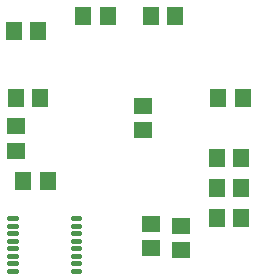
<source format=gbp>
G04 MADE WITH FRITZING*
G04 WWW.FRITZING.ORG*
G04 DOUBLE SIDED*
G04 HOLES PLATED*
G04 CONTOUR ON CENTER OF CONTOUR VECTOR*
%ASAXBY*%
%FSLAX23Y23*%
%MOIN*%
%OFA0B0*%
%SFA1.0B1.0*%
%ADD10R,0.055118X0.059055*%
%ADD11R,0.059055X0.055118*%
%ADD12C,0.016000*%
%LNPASTEMASK0*%
G90*
G70*
G54D10*
X869Y240D03*
X789Y240D03*
X869Y440D03*
X789Y440D03*
X119Y640D03*
X200Y640D03*
X144Y365D03*
X225Y365D03*
X114Y865D03*
X194Y865D03*
X569Y915D03*
X650Y915D03*
G54D11*
X544Y615D03*
X544Y534D03*
X119Y465D03*
X119Y546D03*
G54D10*
X344Y915D03*
X425Y915D03*
X869Y340D03*
X789Y340D03*
G54D11*
X569Y140D03*
X569Y221D03*
G54D10*
X794Y640D03*
X875Y640D03*
G54D11*
X669Y215D03*
X669Y134D03*
G54D12*
X330Y240D02*
X308Y240D01*
D02*
X330Y215D02*
X308Y215D01*
D02*
X330Y190D02*
X308Y190D01*
D02*
X330Y165D02*
X308Y165D01*
D02*
X330Y140D02*
X308Y140D01*
D02*
X330Y115D02*
X308Y115D01*
D02*
X330Y90D02*
X308Y90D01*
D02*
X330Y65D02*
X308Y65D01*
D02*
X118Y64D02*
X96Y64D01*
D02*
X118Y89D02*
X96Y89D01*
D02*
X118Y114D02*
X96Y114D01*
D02*
X118Y139D02*
X96Y139D01*
D02*
X118Y164D02*
X96Y164D01*
D02*
X118Y189D02*
X96Y189D01*
D02*
X118Y214D02*
X96Y214D01*
D02*
X118Y239D02*
X96Y239D01*
G04 End of PasteMask0*
M02*
</source>
